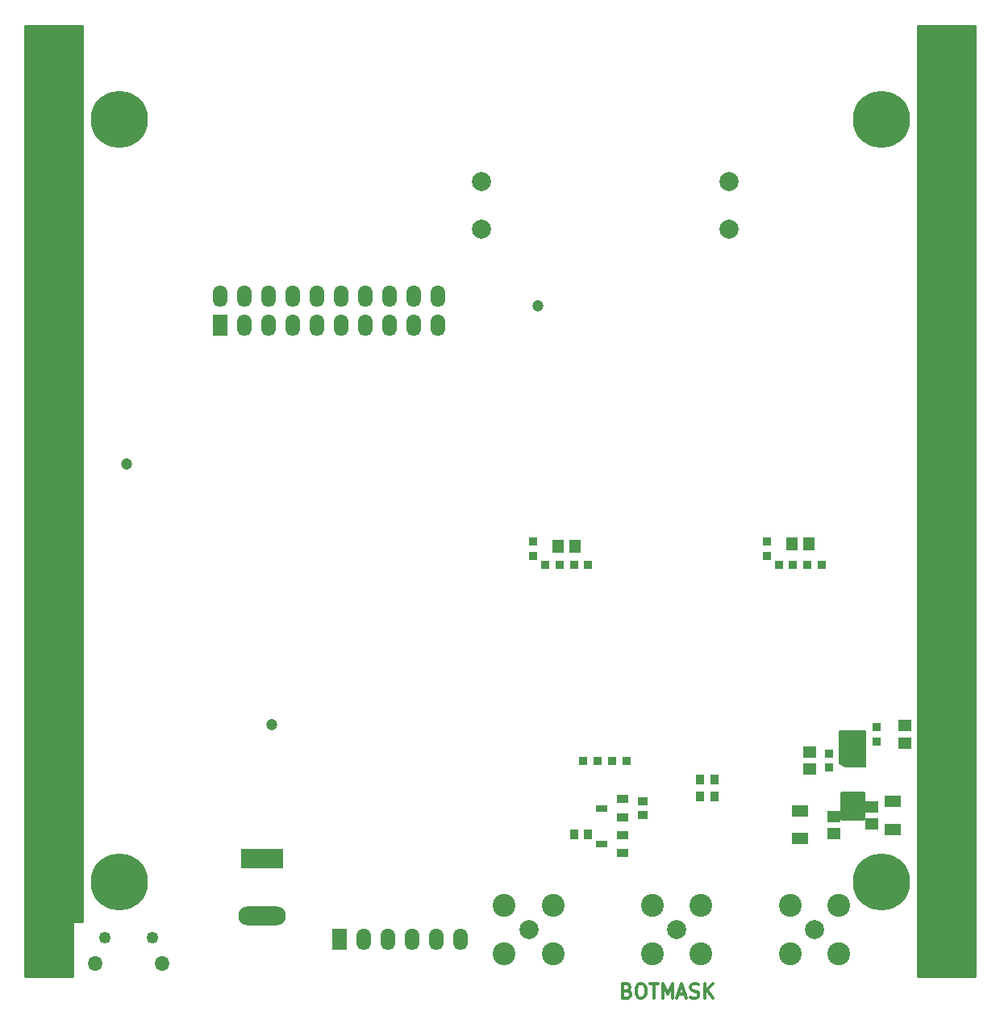
<source format=gbs>
G04 #@! TF.FileFunction,Soldermask,Bot*
%FSLAX46Y46*%
G04 Gerber Fmt 4.6, Leading zero omitted, Abs format (unit mm)*
G04 Created by KiCad (PCBNEW (2015-03-09 BZR 5487)-product) date Tue 10 Mar 2015 03:08:01 PM EDT*
%MOMM*%
G01*
G04 APERTURE LIST*
%ADD10C,0.100000*%
%ADD11C,0.300000*%
%ADD12C,1.200000*%
%ADD13R,4.500000X2.000000*%
%ADD14O,5.000000X2.000000*%
%ADD15C,6.000000*%
%ADD16C,1.000000*%
%ADD17R,1.150000X1.450000*%
%ADD18R,1.450000X1.150000*%
%ADD19R,1.800000X1.200000*%
%ADD20R,1.300000X0.900000*%
%ADD21R,1.300000X0.800000*%
%ADD22O,1.550000X1.550000*%
%ADD23O,1.250000X1.250000*%
%ADD24C,2.000000*%
%ADD25C,2.400000*%
%ADD26R,1.524000X2.286000*%
%ADD27O,1.524000X2.286000*%
%ADD28R,0.950000X0.900000*%
%ADD29R,0.900000X0.950000*%
%ADD30R,0.850000X1.000000*%
%ADD31R,1.000000X0.850000*%
%ADD32C,0.254000*%
%ADD33C,0.200000*%
G04 APERTURE END LIST*
D10*
D11*
X138357143Y-126392857D02*
X138571429Y-126464286D01*
X138642857Y-126535714D01*
X138714286Y-126678571D01*
X138714286Y-126892857D01*
X138642857Y-127035714D01*
X138571429Y-127107143D01*
X138428571Y-127178571D01*
X137857143Y-127178571D01*
X137857143Y-125678571D01*
X138357143Y-125678571D01*
X138500000Y-125750000D01*
X138571429Y-125821429D01*
X138642857Y-125964286D01*
X138642857Y-126107143D01*
X138571429Y-126250000D01*
X138500000Y-126321429D01*
X138357143Y-126392857D01*
X137857143Y-126392857D01*
X139642857Y-125678571D02*
X139928571Y-125678571D01*
X140071429Y-125750000D01*
X140214286Y-125892857D01*
X140285714Y-126178571D01*
X140285714Y-126678571D01*
X140214286Y-126964286D01*
X140071429Y-127107143D01*
X139928571Y-127178571D01*
X139642857Y-127178571D01*
X139500000Y-127107143D01*
X139357143Y-126964286D01*
X139285714Y-126678571D01*
X139285714Y-126178571D01*
X139357143Y-125892857D01*
X139500000Y-125750000D01*
X139642857Y-125678571D01*
X140714286Y-125678571D02*
X141571429Y-125678571D01*
X141142858Y-127178571D02*
X141142858Y-125678571D01*
X142071429Y-127178571D02*
X142071429Y-125678571D01*
X142571429Y-126750000D01*
X143071429Y-125678571D01*
X143071429Y-127178571D01*
X143714286Y-126750000D02*
X144428572Y-126750000D01*
X143571429Y-127178571D02*
X144071429Y-125678571D01*
X144571429Y-127178571D01*
X145000000Y-127107143D02*
X145214286Y-127178571D01*
X145571429Y-127178571D01*
X145714286Y-127107143D01*
X145785715Y-127035714D01*
X145857143Y-126892857D01*
X145857143Y-126750000D01*
X145785715Y-126607143D01*
X145714286Y-126535714D01*
X145571429Y-126464286D01*
X145285715Y-126392857D01*
X145142857Y-126321429D01*
X145071429Y-126250000D01*
X145000000Y-126107143D01*
X145000000Y-125964286D01*
X145071429Y-125821429D01*
X145142857Y-125750000D01*
X145285715Y-125678571D01*
X145642857Y-125678571D01*
X145857143Y-125750000D01*
X146500000Y-127178571D02*
X146500000Y-125678571D01*
X147357143Y-127178571D02*
X146714286Y-126321429D01*
X147357143Y-125678571D02*
X146500000Y-126535714D01*
D12*
X85800000Y-71100000D03*
X101000000Y-98500000D03*
D13*
X100000000Y-112500000D03*
D14*
X100000000Y-118500000D03*
D15*
X85000000Y-35000000D03*
D16*
X87250000Y-35000000D03*
X86125000Y-36949000D03*
X83875000Y-36949000D03*
X82750000Y-35000000D03*
X83875000Y-33051000D03*
X86125000Y-33051000D03*
D15*
X85000000Y-115000000D03*
D16*
X87250000Y-115000000D03*
X86125000Y-116949000D03*
X83875000Y-116949000D03*
X82750000Y-115000000D03*
X83875000Y-113051000D03*
X86125000Y-113051000D03*
D15*
X165000000Y-115000000D03*
D16*
X167250000Y-115000000D03*
X166125000Y-116949000D03*
X163875000Y-116949000D03*
X162750000Y-115000000D03*
X163875000Y-113051000D03*
X166125000Y-113051000D03*
D15*
X165000000Y-35000000D03*
D16*
X167250000Y-35000000D03*
X166125000Y-36949000D03*
X163875000Y-36949000D03*
X162750000Y-35000000D03*
X163875000Y-33051000D03*
X166125000Y-33051000D03*
D17*
X131100000Y-79750000D03*
X132900000Y-79750000D03*
X155600000Y-79500000D03*
X157400000Y-79500000D03*
D18*
X160000000Y-108100000D03*
X160000000Y-109900000D03*
X164000000Y-108900000D03*
X164000000Y-107100000D03*
D19*
X156500000Y-107550000D03*
X156500000Y-110450000D03*
X166250000Y-109450000D03*
X166250000Y-106550000D03*
D20*
X137850000Y-110050000D03*
X137850000Y-111950000D03*
D21*
X135650000Y-111000000D03*
D20*
X137850000Y-106300000D03*
X137850000Y-108200000D03*
D21*
X135650000Y-107250000D03*
D22*
X82500000Y-123500000D03*
X89500000Y-123500000D03*
D23*
X83500000Y-120800000D03*
X88500000Y-120800000D03*
D24*
X149000000Y-46500000D03*
X149000000Y-41500000D03*
X123000000Y-46500000D03*
X123000000Y-41500000D03*
X128000000Y-120000000D03*
D25*
X125450000Y-117450000D03*
X130550000Y-117450000D03*
X125450000Y-122550000D03*
X130550000Y-122550000D03*
D24*
X143500000Y-120000000D03*
D25*
X140950000Y-117450000D03*
X146050000Y-117450000D03*
X140950000Y-122550000D03*
X146050000Y-122550000D03*
D24*
X158000000Y-120000000D03*
D25*
X155450000Y-117450000D03*
X160550000Y-117450000D03*
X155450000Y-122550000D03*
X160550000Y-122550000D03*
D26*
X95570000Y-56524000D03*
D27*
X98110000Y-56524000D03*
X100650000Y-56524000D03*
X103190000Y-56524000D03*
X105730000Y-56524000D03*
X108270000Y-56524000D03*
X110810000Y-56524000D03*
X113350000Y-56524000D03*
X115890000Y-56524000D03*
X118430000Y-56524000D03*
X95570000Y-53476000D03*
X98110000Y-53476000D03*
X100650000Y-53476000D03*
X103190000Y-53476000D03*
X105730000Y-53476000D03*
X108270000Y-53476000D03*
X110810000Y-53476000D03*
X113350000Y-53476000D03*
X115890000Y-53476000D03*
X118430000Y-53476000D03*
D26*
X108150000Y-121000000D03*
D27*
X110690000Y-121000000D03*
X113230000Y-121000000D03*
X115770000Y-121000000D03*
X118310000Y-121000000D03*
X120850000Y-121000000D03*
D12*
X129000000Y-54500000D03*
D28*
X128500000Y-80750000D03*
X128500000Y-79250000D03*
X153000000Y-80750000D03*
X153000000Y-79250000D03*
D29*
X129750000Y-81750000D03*
X131250000Y-81750000D03*
X132750000Y-81750000D03*
X134250000Y-81750000D03*
X154250000Y-81750000D03*
X155750000Y-81750000D03*
X157250000Y-81750000D03*
X158750000Y-81750000D03*
D28*
X164500000Y-100250000D03*
X164500000Y-98750000D03*
D18*
X167500000Y-100400000D03*
X167500000Y-98600000D03*
D28*
X159500000Y-101500000D03*
X159500000Y-103000000D03*
D18*
X157500000Y-101350000D03*
X157500000Y-103150000D03*
D30*
X147500000Y-104250000D03*
X146000000Y-104250000D03*
X147500000Y-106000000D03*
X146000000Y-106000000D03*
D29*
X136750000Y-102250000D03*
X138250000Y-102250000D03*
X135250000Y-102250000D03*
X133750000Y-102250000D03*
D30*
X134250000Y-110000000D03*
X132750000Y-110000000D03*
D31*
X140000000Y-108000000D03*
X140000000Y-106500000D03*
D32*
G36*
X81127000Y-119127000D02*
X80127000Y-119127000D01*
X80127000Y-124877000D01*
X75123000Y-124877000D01*
X75123000Y-124000000D01*
X75123000Y-25123000D01*
X81127000Y-25123000D01*
X81127000Y-119127000D01*
X81127000Y-119127000D01*
G37*
X81127000Y-119127000D02*
X80127000Y-119127000D01*
X80127000Y-124877000D01*
X75123000Y-124877000D01*
X75123000Y-124000000D01*
X75123000Y-25123000D01*
X81127000Y-25123000D01*
X81127000Y-119127000D01*
G36*
X174877000Y-124877000D02*
X168873000Y-124877000D01*
X168873000Y-25123000D01*
X174877000Y-25123000D01*
X174877000Y-124877000D01*
X174877000Y-124877000D01*
G37*
X174877000Y-124877000D02*
X168873000Y-124877000D01*
X168873000Y-25123000D01*
X174877000Y-25123000D01*
X174877000Y-124877000D01*
D11*
G36*
X163150000Y-108350000D02*
X160850000Y-108350000D01*
X160850000Y-105650000D01*
X163150000Y-105650000D01*
X163150000Y-108350000D01*
X163150000Y-108350000D01*
G37*
X163150000Y-108350000D02*
X160850000Y-108350000D01*
X160850000Y-105650000D01*
X163150000Y-105650000D01*
X163150000Y-108350000D01*
D33*
G36*
X163350000Y-102850000D02*
X161226393Y-102850000D01*
X160650000Y-102561803D01*
X160650000Y-99150000D01*
X163350000Y-99150000D01*
X163350000Y-102850000D01*
X163350000Y-102850000D01*
G37*
X163350000Y-102850000D02*
X161226393Y-102850000D01*
X160650000Y-102561803D01*
X160650000Y-99150000D01*
X163350000Y-99150000D01*
X163350000Y-102850000D01*
M02*

</source>
